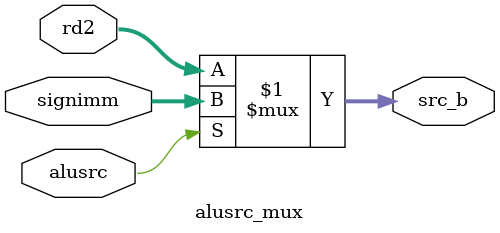
<source format=v>

module alusrc_mux(rd2,signimm,alusrc,src_b);
input alusrc;
input[31:0]rd2,signimm;
output [31:0]src_b;

assign src_b=(alusrc) ? signimm : rd2;
endmodule


</source>
